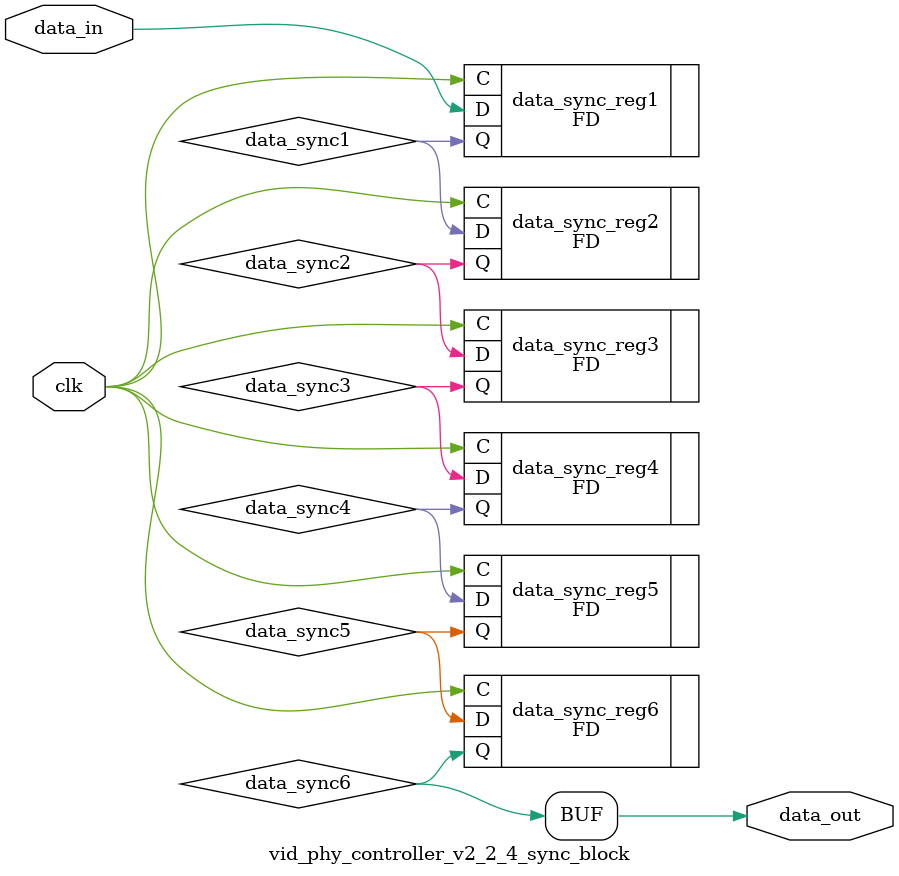
<source format=v>




`timescale 1ps / 1ps

//(* dont_touch = "yes" *)
module vid_phy_controller_v2_2_4_sync_block
  #(
  parameter INITIALISE = 6'b000000
)
(
  input        clk,              // clock to be sync'ed to
  input        data_in,          // Data to be 'synced'
  output       data_out          // synced data
);

  // Internal Signals
  wire data_sync1;
  wire data_sync2;
  wire data_sync3;
  wire data_sync4;
  wire data_sync5;
  wire data_sync6;


  (* shreg_extract = "no", ASYNC_REG = "TRUE" *)
  FD #(
    .INIT (INITIALISE[0])
  ) data_sync_reg1 (
    .C  (clk),
    .D  (data_in),
    .Q  (data_sync1)
  );


  (* shreg_extract = "no", ASYNC_REG = "TRUE" *)
  FD #(
   .INIT (INITIALISE[1])
  ) data_sync_reg2 (
  .C  (clk),
  .D  (data_sync1),
  .Q  (data_sync2)
  );


  (* shreg_extract = "no", ASYNC_REG = "TRUE" *)
  FD #(
   .INIT (INITIALISE[2])
  ) data_sync_reg3 (
  .C  (clk),
  .D  (data_sync2),
  .Q  (data_sync3)
  );

  (* shreg_extract = "no", ASYNC_REG = "TRUE" *)
  FD #(
   .INIT (INITIALISE[3])
  ) data_sync_reg4 (
  .C  (clk),
  .D  (data_sync3),
  .Q  (data_sync4)
  );

  (* shreg_extract = "no", ASYNC_REG = "TRUE" *)
  FD #(
   .INIT (INITIALISE[4])
  ) data_sync_reg5 (
  .C  (clk),
  .D  (data_sync4),
  .Q  (data_sync5)
  );

  (* shreg_extract = "no", ASYNC_REG = "TRUE" *)
  FD #(
   .INIT (INITIALISE[5])
  ) data_sync_reg6 (
  .C  (clk),
  .D  (data_sync5),
  .Q  (data_sync6)
  );
  assign data_out = data_sync6;



endmodule

</source>
